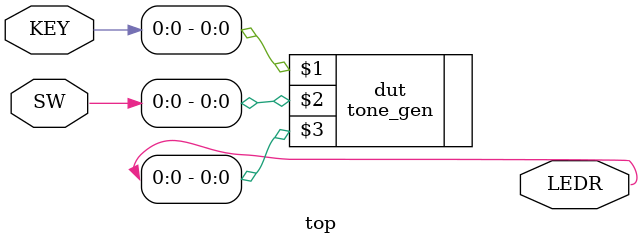
<source format=v>
module top (SW, KEY, LEDR);

    input wire [9:0] SW;        // DE-series switches
    input wire [3:0] KEY;       // DE-series pushbuttons

    output wire [9:0] LEDR;     // DE-series LEDs   

    tone_gen dut (KEY[0], SW[0], LEDR[0]);
 
endmodule


</source>
